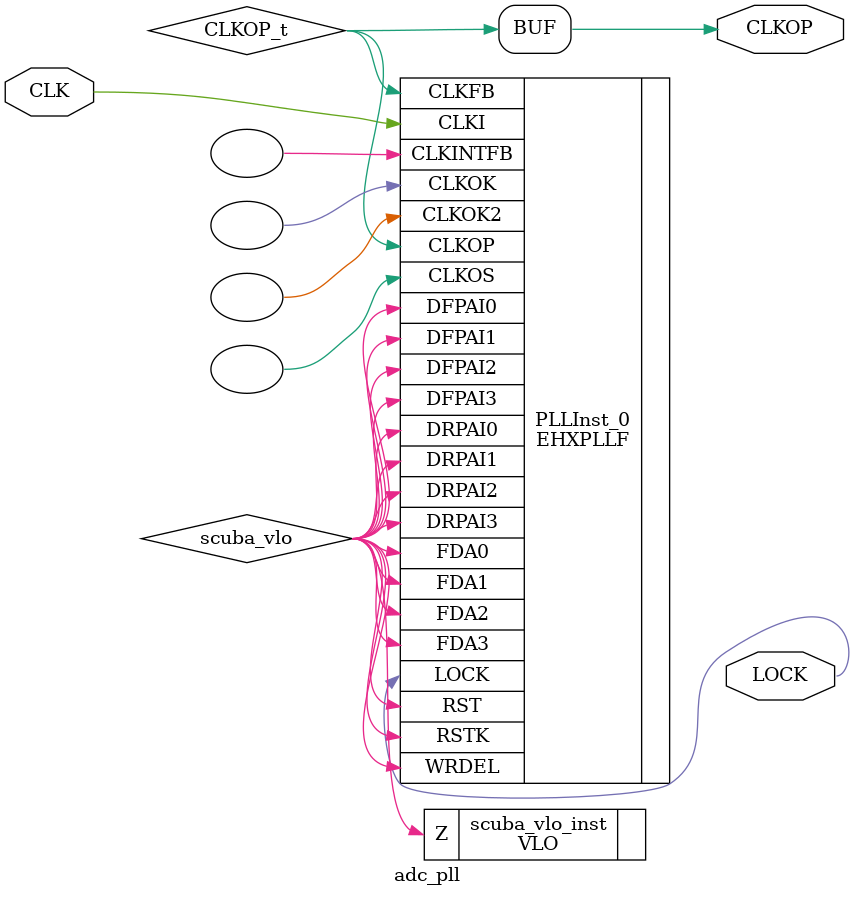
<source format=v>
/* Verilog netlist generated by SCUBA Diamond_2.2_Production (99) */
/* Module Version: 5.4 */
/* C:\lscc\diamond\2.2_x64\ispfpga\bin\nt64\scuba.exe -w -n adc_pll -lang verilog -synth synplify -arch ep5c00 -type pll -fin 100 -phase_cntl STATIC -fclkop 100 -fclkop_tol 0.0 -fb_mode CLOCKTREE -noclkos -noclkok -norst -noclkok2 -bw -e  */
/* Tue Nov 19 00:02:15 2013 */


`timescale 1 ns / 1 ps
module adc_pll (CLK, CLKOP, LOCK)/* synthesis syn_noprune=1 *//* synthesis NGD_DRC_MASK=1 */;// exemplar attribute adc_pll dont_touch true 
    input wire CLK;
    output wire CLKOP;
    output wire LOCK;

    wire CLKOP_t;
    wire scuba_vlo;

    VLO scuba_vlo_inst (.Z(scuba_vlo));

    defparam PLLInst_0.FEEDBK_PATH = "CLKOP" ;
    defparam PLLInst_0.CLKOK_BYPASS = "DISABLED" ;
    defparam PLLInst_0.CLKOS_BYPASS = "DISABLED" ;
    defparam PLLInst_0.CLKOP_BYPASS = "DISABLED" ;
    defparam PLLInst_0.CLKOK_INPUT = "CLKOP" ;
    defparam PLLInst_0.DELAY_PWD = "DISABLED" ;
    defparam PLLInst_0.DELAY_VAL = 0 ;
    defparam PLLInst_0.CLKOS_TRIM_DELAY = 0 ;
    defparam PLLInst_0.CLKOS_TRIM_POL = "RISING" ;
    defparam PLLInst_0.CLKOP_TRIM_DELAY = 0 ;
    defparam PLLInst_0.CLKOP_TRIM_POL = "RISING" ;
    defparam PLLInst_0.PHASE_DELAY_CNTL = "STATIC" ;
    defparam PLLInst_0.DUTY = 8 ;
    defparam PLLInst_0.PHASEADJ = "0.0" ;
    defparam PLLInst_0.CLKOK_DIV = 2 ;
    defparam PLLInst_0.CLKOP_DIV = 8 ;
    defparam PLLInst_0.CLKFB_DIV = 1 ;
    defparam PLLInst_0.CLKI_DIV = 1 ;
    defparam PLLInst_0.FIN = "100.000000" ;
    EHXPLLF PLLInst_0 (.CLKI(CLK), .CLKFB(CLKOP_t), .RST(scuba_vlo), .RSTK(scuba_vlo), 
        .WRDEL(scuba_vlo), .DRPAI3(scuba_vlo), .DRPAI2(scuba_vlo), .DRPAI1(scuba_vlo), 
        .DRPAI0(scuba_vlo), .DFPAI3(scuba_vlo), .DFPAI2(scuba_vlo), .DFPAI1(scuba_vlo), 
        .DFPAI0(scuba_vlo), .FDA3(scuba_vlo), .FDA2(scuba_vlo), .FDA1(scuba_vlo), 
        .FDA0(scuba_vlo), .CLKOP(CLKOP_t), .CLKOS(), .CLKOK(), .CLKOK2(), 
        .LOCK(LOCK), .CLKINTFB())
             /* synthesis FREQUENCY_PIN_CLKOP="100.000000" */
             /* synthesis FREQUENCY_PIN_CLKI="100.000000" */;

    assign CLKOP = CLKOP_t;


    // exemplar begin
    // exemplar attribute PLLInst_0 FREQUENCY_PIN_CLKOP 100.000000
    // exemplar attribute PLLInst_0 FREQUENCY_PIN_CLKI 100.000000
    // exemplar end

endmodule

</source>
